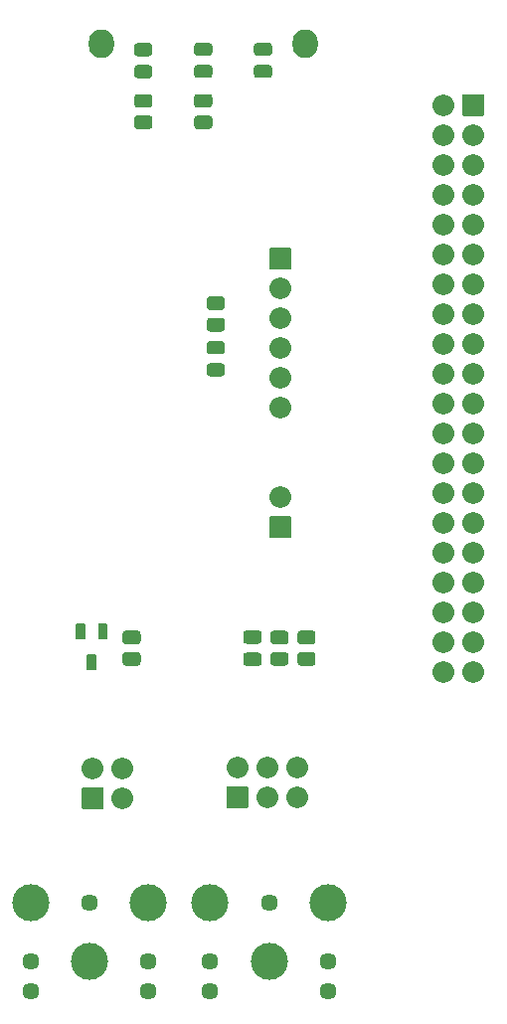
<source format=gts>
G04 #@! TF.GenerationSoftware,KiCad,Pcbnew,(5.1.7)-1*
G04 #@! TF.CreationDate,2020-10-01T13:33:07-04:00*
G04 #@! TF.ProjectId,raspberry-pi-ir-hat,72617370-6265-4727-9279-2d70692d6972,rev?*
G04 #@! TF.SameCoordinates,Original*
G04 #@! TF.FileFunction,Soldermask,Top*
G04 #@! TF.FilePolarity,Negative*
%FSLAX46Y46*%
G04 Gerber Fmt 4.6, Leading zero omitted, Abs format (unit mm)*
G04 Created by KiCad (PCBNEW (5.1.7)-1) date 2020-10-01 13:33:07*
%MOMM*%
%LPD*%
G01*
G04 APERTURE LIST*
%ADD10O,1.852400X1.852400*%
%ADD11O,2.152400X2.452400*%
%ADD12C,1.452400*%
%ADD13C,3.152400*%
G04 APERTURE END LIST*
D10*
G04 #@! TO.C,J7*
X143660000Y-133000000D03*
X146200000Y-133000000D03*
X143660000Y-130460000D03*
X146200000Y-130460000D03*
X143660000Y-127920000D03*
X146200000Y-127920000D03*
X143660000Y-125380000D03*
X146200000Y-125380000D03*
X143660000Y-122840000D03*
X146200000Y-122840000D03*
X143660000Y-120300000D03*
X146200000Y-120300000D03*
X143660000Y-117760000D03*
X146200000Y-117760000D03*
X143660000Y-115220000D03*
X146200000Y-115220000D03*
X143660000Y-112680000D03*
X146200000Y-112680000D03*
X143660000Y-110140000D03*
X146200000Y-110140000D03*
X143660000Y-107600000D03*
X146200000Y-107600000D03*
X143660000Y-105060000D03*
X146200000Y-105060000D03*
X143660000Y-102520000D03*
X146200000Y-102520000D03*
X143660000Y-99980000D03*
X146200000Y-99980000D03*
X143660000Y-97440000D03*
X146200000Y-97440000D03*
X143660000Y-94900000D03*
X146200000Y-94900000D03*
X143660000Y-92360000D03*
X146200000Y-92360000D03*
X143660000Y-89820000D03*
X146200000Y-89820000D03*
X143660000Y-87280000D03*
X146200000Y-87280000D03*
X143660000Y-84740000D03*
G36*
G01*
X145273800Y-85590000D02*
X145273800Y-83890000D01*
G75*
G02*
X145350000Y-83813800I76200J0D01*
G01*
X147050000Y-83813800D01*
G75*
G02*
X147126200Y-83890000I0J-76200D01*
G01*
X147126200Y-85590000D01*
G75*
G02*
X147050000Y-85666200I-76200J0D01*
G01*
X145350000Y-85666200D01*
G75*
G02*
X145273800Y-85590000I0J76200D01*
G01*
G37*
G04 #@! TD*
G04 #@! TO.C,J6*
X129760000Y-118160000D03*
G36*
G01*
X130686200Y-119850000D02*
X130686200Y-121550000D01*
G75*
G02*
X130610000Y-121626200I-76200J0D01*
G01*
X128910000Y-121626200D01*
G75*
G02*
X128833800Y-121550000I0J76200D01*
G01*
X128833800Y-119850000D01*
G75*
G02*
X128910000Y-119773800I76200J0D01*
G01*
X130610000Y-119773800D01*
G75*
G02*
X130686200Y-119850000I0J-76200D01*
G01*
G37*
G04 #@! TD*
D11*
G04 #@! TO.C,REF\u002A\u002A*
X131850000Y-79500000D03*
X114550000Y-79500000D03*
G04 #@! TD*
D12*
G04 #@! TO.C,J3*
X128800000Y-152700000D03*
X133800000Y-160200000D03*
X123800000Y-160200000D03*
X133800000Y-157700000D03*
X123800000Y-157700000D03*
D13*
X128800000Y-157700000D03*
X133800000Y-152700000D03*
X123800000Y-152700000D03*
G04 #@! TD*
G04 #@! TO.C,R5*
G36*
G01*
X123780968Y-102863800D02*
X124759032Y-102863800D01*
G75*
G02*
X125046200Y-103150968I0J-287168D01*
G01*
X125046200Y-103754032D01*
G75*
G02*
X124759032Y-104041200I-287168J0D01*
G01*
X123780968Y-104041200D01*
G75*
G02*
X123493800Y-103754032I0J287168D01*
G01*
X123493800Y-103150968D01*
G75*
G02*
X123780968Y-102863800I287168J0D01*
G01*
G37*
G36*
G01*
X123780968Y-101038800D02*
X124759032Y-101038800D01*
G75*
G02*
X125046200Y-101325968I0J-287168D01*
G01*
X125046200Y-101929032D01*
G75*
G02*
X124759032Y-102216200I-287168J0D01*
G01*
X123780968Y-102216200D01*
G75*
G02*
X123493800Y-101929032I0J287168D01*
G01*
X123493800Y-101325968D01*
G75*
G02*
X123780968Y-101038800I287168J0D01*
G01*
G37*
G04 #@! TD*
G04 #@! TO.C,R4*
G36*
G01*
X132489032Y-130676200D02*
X131510968Y-130676200D01*
G75*
G02*
X131223800Y-130389032I0J287168D01*
G01*
X131223800Y-129785968D01*
G75*
G02*
X131510968Y-129498800I287168J0D01*
G01*
X132489032Y-129498800D01*
G75*
G02*
X132776200Y-129785968I0J-287168D01*
G01*
X132776200Y-130389032D01*
G75*
G02*
X132489032Y-130676200I-287168J0D01*
G01*
G37*
G36*
G01*
X132489032Y-132501200D02*
X131510968Y-132501200D01*
G75*
G02*
X131223800Y-132214032I0J287168D01*
G01*
X131223800Y-131610968D01*
G75*
G02*
X131510968Y-131323800I287168J0D01*
G01*
X132489032Y-131323800D01*
G75*
G02*
X132776200Y-131610968I0J-287168D01*
G01*
X132776200Y-132214032D01*
G75*
G02*
X132489032Y-132501200I-287168J0D01*
G01*
G37*
G04 #@! TD*
G04 #@! TO.C,R3*
G36*
G01*
X123689032Y-84976200D02*
X122710968Y-84976200D01*
G75*
G02*
X122423800Y-84689032I0J287168D01*
G01*
X122423800Y-84085968D01*
G75*
G02*
X122710968Y-83798800I287168J0D01*
G01*
X123689032Y-83798800D01*
G75*
G02*
X123976200Y-84085968I0J-287168D01*
G01*
X123976200Y-84689032D01*
G75*
G02*
X123689032Y-84976200I-287168J0D01*
G01*
G37*
G36*
G01*
X123689032Y-86801200D02*
X122710968Y-86801200D01*
G75*
G02*
X122423800Y-86514032I0J287168D01*
G01*
X122423800Y-85910968D01*
G75*
G02*
X122710968Y-85623800I287168J0D01*
G01*
X123689032Y-85623800D01*
G75*
G02*
X123976200Y-85910968I0J-287168D01*
G01*
X123976200Y-86514032D01*
G75*
G02*
X123689032Y-86801200I-287168J0D01*
G01*
G37*
G04 #@! TD*
G04 #@! TO.C,R2*
G36*
G01*
X130185032Y-130676200D02*
X129206968Y-130676200D01*
G75*
G02*
X128919800Y-130389032I0J287168D01*
G01*
X128919800Y-129785968D01*
G75*
G02*
X129206968Y-129498800I287168J0D01*
G01*
X130185032Y-129498800D01*
G75*
G02*
X130472200Y-129785968I0J-287168D01*
G01*
X130472200Y-130389032D01*
G75*
G02*
X130185032Y-130676200I-287168J0D01*
G01*
G37*
G36*
G01*
X130185032Y-132501200D02*
X129206968Y-132501200D01*
G75*
G02*
X128919800Y-132214032I0J287168D01*
G01*
X128919800Y-131610968D01*
G75*
G02*
X129206968Y-131323800I287168J0D01*
G01*
X130185032Y-131323800D01*
G75*
G02*
X130472200Y-131610968I0J-287168D01*
G01*
X130472200Y-132214032D01*
G75*
G02*
X130185032Y-132501200I-287168J0D01*
G01*
G37*
G04 #@! TD*
G04 #@! TO.C,R1*
G36*
G01*
X117589032Y-130676200D02*
X116610968Y-130676200D01*
G75*
G02*
X116323800Y-130389032I0J287168D01*
G01*
X116323800Y-129785968D01*
G75*
G02*
X116610968Y-129498800I287168J0D01*
G01*
X117589032Y-129498800D01*
G75*
G02*
X117876200Y-129785968I0J-287168D01*
G01*
X117876200Y-130389032D01*
G75*
G02*
X117589032Y-130676200I-287168J0D01*
G01*
G37*
G36*
G01*
X117589032Y-132501200D02*
X116610968Y-132501200D01*
G75*
G02*
X116323800Y-132214032I0J287168D01*
G01*
X116323800Y-131610968D01*
G75*
G02*
X116610968Y-131323800I287168J0D01*
G01*
X117589032Y-131323800D01*
G75*
G02*
X117876200Y-131610968I0J-287168D01*
G01*
X117876200Y-132214032D01*
G75*
G02*
X117589032Y-132501200I-287168J0D01*
G01*
G37*
G04 #@! TD*
D12*
G04 #@! TO.C,J2*
X113500000Y-152700000D03*
X118500000Y-160200000D03*
X108500000Y-160200000D03*
X118500000Y-157700000D03*
X108500000Y-157700000D03*
D13*
X113500000Y-157700000D03*
X118500000Y-152700000D03*
X108500000Y-152700000D03*
G04 #@! TD*
G04 #@! TO.C,D3*
G36*
G01*
X124764350Y-105976200D02*
X123775650Y-105976200D01*
G75*
G02*
X123493800Y-105694350I0J281850D01*
G01*
X123493800Y-105130650D01*
G75*
G02*
X123775650Y-104848800I281850J0D01*
G01*
X124764350Y-104848800D01*
G75*
G02*
X125046200Y-105130650I0J-281850D01*
G01*
X125046200Y-105694350D01*
G75*
G02*
X124764350Y-105976200I-281850J0D01*
G01*
G37*
G36*
G01*
X124764350Y-107851200D02*
X123775650Y-107851200D01*
G75*
G02*
X123493800Y-107569350I0J281850D01*
G01*
X123493800Y-107005650D01*
G75*
G02*
X123775650Y-106723800I281850J0D01*
G01*
X124764350Y-106723800D01*
G75*
G02*
X125046200Y-107005650I0J-281850D01*
G01*
X125046200Y-107569350D01*
G75*
G02*
X124764350Y-107851200I-281850J0D01*
G01*
G37*
G04 #@! TD*
G04 #@! TO.C,D2*
G36*
G01*
X127805650Y-81311300D02*
X128794350Y-81311300D01*
G75*
G02*
X129076200Y-81593150I0J-281850D01*
G01*
X129076200Y-82156850D01*
G75*
G02*
X128794350Y-82438700I-281850J0D01*
G01*
X127805650Y-82438700D01*
G75*
G02*
X127523800Y-82156850I0J281850D01*
G01*
X127523800Y-81593150D01*
G75*
G02*
X127805650Y-81311300I281850J0D01*
G01*
G37*
G36*
G01*
X127805650Y-79436300D02*
X128794350Y-79436300D01*
G75*
G02*
X129076200Y-79718150I0J-281850D01*
G01*
X129076200Y-80281850D01*
G75*
G02*
X128794350Y-80563700I-281850J0D01*
G01*
X127805650Y-80563700D01*
G75*
G02*
X127523800Y-80281850I0J281850D01*
G01*
X127523800Y-79718150D01*
G75*
G02*
X127805650Y-79436300I281850J0D01*
G01*
G37*
G04 #@! TD*
G04 #@! TO.C,D1*
G36*
G01*
X122705650Y-81311300D02*
X123694350Y-81311300D01*
G75*
G02*
X123976200Y-81593150I0J-281850D01*
G01*
X123976200Y-82156850D01*
G75*
G02*
X123694350Y-82438700I-281850J0D01*
G01*
X122705650Y-82438700D01*
G75*
G02*
X122423800Y-82156850I0J281850D01*
G01*
X122423800Y-81593150D01*
G75*
G02*
X122705650Y-81311300I281850J0D01*
G01*
G37*
G36*
G01*
X122705650Y-79436300D02*
X123694350Y-79436300D01*
G75*
G02*
X123976200Y-79718150I0J-281850D01*
G01*
X123976200Y-80281850D01*
G75*
G02*
X123694350Y-80563700I-281850J0D01*
G01*
X122705650Y-80563700D01*
G75*
G02*
X122423800Y-80281850I0J281850D01*
G01*
X122423800Y-79718150D01*
G75*
G02*
X122705650Y-79436300I281850J0D01*
G01*
G37*
G04 #@! TD*
G04 #@! TO.C,C1*
G36*
G01*
X126886900Y-131373800D02*
X127913100Y-131373800D01*
G75*
G02*
X128201200Y-131661900I0J-288100D01*
G01*
X128201200Y-132238100D01*
G75*
G02*
X127913100Y-132526200I-288100J0D01*
G01*
X126886900Y-132526200D01*
G75*
G02*
X126598800Y-132238100I0J288100D01*
G01*
X126598800Y-131661900D01*
G75*
G02*
X126886900Y-131373800I288100J0D01*
G01*
G37*
G36*
G01*
X126886900Y-129473800D02*
X127913100Y-129473800D01*
G75*
G02*
X128201200Y-129761900I0J-288100D01*
G01*
X128201200Y-130338100D01*
G75*
G02*
X127913100Y-130626200I-288100J0D01*
G01*
X126886900Y-130626200D01*
G75*
G02*
X126598800Y-130338100I0J288100D01*
G01*
X126598800Y-129761900D01*
G75*
G02*
X126886900Y-129473800I288100J0D01*
G01*
G37*
G04 #@! TD*
G04 #@! TO.C,D4*
G36*
G01*
X117605650Y-81336300D02*
X118594350Y-81336300D01*
G75*
G02*
X118876200Y-81618150I0J-281850D01*
G01*
X118876200Y-82181850D01*
G75*
G02*
X118594350Y-82463700I-281850J0D01*
G01*
X117605650Y-82463700D01*
G75*
G02*
X117323800Y-82181850I0J281850D01*
G01*
X117323800Y-81618150D01*
G75*
G02*
X117605650Y-81336300I281850J0D01*
G01*
G37*
G36*
G01*
X117605650Y-79461300D02*
X118594350Y-79461300D01*
G75*
G02*
X118876200Y-79743150I0J-281850D01*
G01*
X118876200Y-80306850D01*
G75*
G02*
X118594350Y-80588700I-281850J0D01*
G01*
X117605650Y-80588700D01*
G75*
G02*
X117323800Y-80306850I0J281850D01*
G01*
X117323800Y-79743150D01*
G75*
G02*
X117605650Y-79461300I281850J0D01*
G01*
G37*
G04 #@! TD*
G04 #@! TO.C,R6*
G36*
G01*
X118589032Y-84976200D02*
X117610968Y-84976200D01*
G75*
G02*
X117323800Y-84689032I0J287168D01*
G01*
X117323800Y-84085968D01*
G75*
G02*
X117610968Y-83798800I287168J0D01*
G01*
X118589032Y-83798800D01*
G75*
G02*
X118876200Y-84085968I0J-287168D01*
G01*
X118876200Y-84689032D01*
G75*
G02*
X118589032Y-84976200I-287168J0D01*
G01*
G37*
G36*
G01*
X118589032Y-86801200D02*
X117610968Y-86801200D01*
G75*
G02*
X117323800Y-86514032I0J287168D01*
G01*
X117323800Y-85910968D01*
G75*
G02*
X117610968Y-85623800I287168J0D01*
G01*
X118589032Y-85623800D01*
G75*
G02*
X118876200Y-85910968I0J-287168D01*
G01*
X118876200Y-86514032D01*
G75*
G02*
X118589032Y-86801200I-287168J0D01*
G01*
G37*
G04 #@! TD*
G04 #@! TO.C,Q1*
G36*
G01*
X113375000Y-131523800D02*
X114025000Y-131523800D01*
G75*
G02*
X114101200Y-131600000I0J-76200D01*
G01*
X114101200Y-132820000D01*
G75*
G02*
X114025000Y-132896200I-76200J0D01*
G01*
X113375000Y-132896200D01*
G75*
G02*
X113298800Y-132820000I0J76200D01*
G01*
X113298800Y-131600000D01*
G75*
G02*
X113375000Y-131523800I76200J0D01*
G01*
G37*
G36*
G01*
X112425000Y-128903800D02*
X113075000Y-128903800D01*
G75*
G02*
X113151200Y-128980000I0J-76200D01*
G01*
X113151200Y-130200000D01*
G75*
G02*
X113075000Y-130276200I-76200J0D01*
G01*
X112425000Y-130276200D01*
G75*
G02*
X112348800Y-130200000I0J76200D01*
G01*
X112348800Y-128980000D01*
G75*
G02*
X112425000Y-128903800I76200J0D01*
G01*
G37*
G36*
G01*
X114325000Y-128903800D02*
X114975000Y-128903800D01*
G75*
G02*
X115051200Y-128980000I0J-76200D01*
G01*
X115051200Y-130200000D01*
G75*
G02*
X114975000Y-130276200I-76200J0D01*
G01*
X114325000Y-130276200D01*
G75*
G02*
X114248800Y-130200000I0J76200D01*
G01*
X114248800Y-128980000D01*
G75*
G02*
X114325000Y-128903800I76200J0D01*
G01*
G37*
G04 #@! TD*
D10*
G04 #@! TO.C,J1*
X129760000Y-110540000D03*
X129760000Y-108000000D03*
X129760000Y-105460000D03*
X129760000Y-102920000D03*
X129760000Y-100380000D03*
G36*
G01*
X128833800Y-98690000D02*
X128833800Y-96990000D01*
G75*
G02*
X128910000Y-96913800I76200J0D01*
G01*
X130610000Y-96913800D01*
G75*
G02*
X130686200Y-96990000I0J-76200D01*
G01*
X130686200Y-98690000D01*
G75*
G02*
X130610000Y-98766200I-76200J0D01*
G01*
X128910000Y-98766200D01*
G75*
G02*
X128833800Y-98690000I0J76200D01*
G01*
G37*
G04 #@! TD*
G04 #@! TO.C,J4*
X131180000Y-141160000D03*
X131180000Y-143700000D03*
X128640000Y-141160000D03*
X128640000Y-143700000D03*
X126100000Y-141160000D03*
G36*
G01*
X126950000Y-144626200D02*
X125250000Y-144626200D01*
G75*
G02*
X125173800Y-144550000I0J76200D01*
G01*
X125173800Y-142850000D01*
G75*
G02*
X125250000Y-142773800I76200J0D01*
G01*
X126950000Y-142773800D01*
G75*
G02*
X127026200Y-142850000I0J-76200D01*
G01*
X127026200Y-144550000D01*
G75*
G02*
X126950000Y-144626200I-76200J0D01*
G01*
G37*
G04 #@! TD*
G04 #@! TO.C,J5*
X116340000Y-141260000D03*
X116340000Y-143800000D03*
X113800000Y-141260000D03*
G36*
G01*
X114650000Y-144726200D02*
X112950000Y-144726200D01*
G75*
G02*
X112873800Y-144650000I0J76200D01*
G01*
X112873800Y-142950000D01*
G75*
G02*
X112950000Y-142873800I76200J0D01*
G01*
X114650000Y-142873800D01*
G75*
G02*
X114726200Y-142950000I0J-76200D01*
G01*
X114726200Y-144650000D01*
G75*
G02*
X114650000Y-144726200I-76200J0D01*
G01*
G37*
G04 #@! TD*
M02*

</source>
